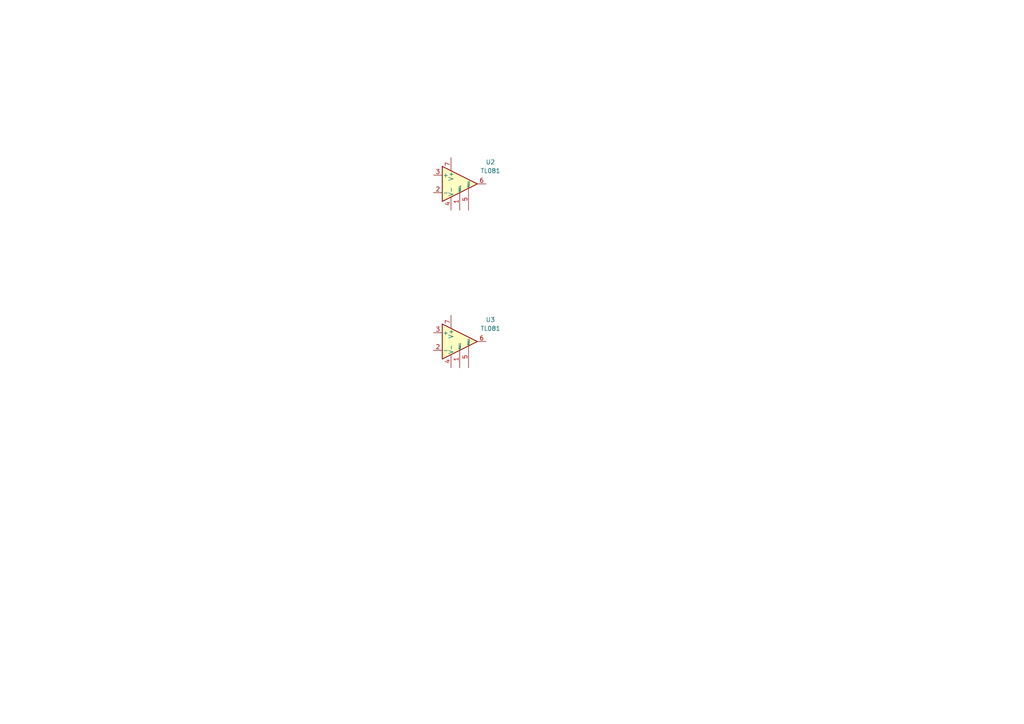
<source format=kicad_sch>
(kicad_sch (version 20231120) (generator "eeschema") (generator_version "8.0")
  (paper "A4")
  (lib_symbols
    (symbol "Amplifier_Operational:TL081" (pin_names (offset 0.127))
      (property "Reference" "U" (at 0 6.35 0))
      (property "Value" "TL081" (at 0 3.81 0))
      (symbol "TL081_0_1"
        (polyline (pts (xy -5.08 5.08) (xy 5.08 0) (xy -5.08 -5.08) (xy -5.08 5.08)) (stroke (width 0.254)) (fill (type background)))
      )
      (symbol "TL081_1_1"
        (pin input line (at 0 -7.62 90) (length 5.08) (name "NULL") (number "1"))
        (pin input line (at -7.62 -2.54 0) (length 2.54) (name "-") (number "2"))
        (pin input line (at -7.62 2.54 0) (length 2.54) (name "+") (number "3"))
        (pin power_in line (at -2.54 -7.62 90) (length 3.81) (name "V-") (number "4"))
        (pin input line (at 2.54 -7.62 90) (length 6.35) (name "NULL") (number "5"))
        (pin output line (at 7.62 0 180) (length 2.54) (name "~") (number "6"))
        (pin power_in line (at -2.54 7.62 270) (length 3.81) (name "V+") (number "7"))
        (pin no_connect line (at 0 2.54 270) (length 2.54) hide (name "NC") (number "8"))
      )
    )
  )
  (symbol (lib_id "Amplifier_Operational:TL081") (at 133.35 53.34 0) (unit 1)
    (property "Reference" "U2" (at 142.24 47.0214 0))
    (property "Value" "TL081" (at 142.24 49.5614 0))
    (property "Datasheet" "http://www.ti.com/lit/ds/symlink/tl081.pdf" (effects (hide yes)))
    (property "Description" "Single JFET-Input Operational Amplifiers, DIP-8/SOIC-8" (effects (hide yes)))
  )
  (symbol (lib_id "Amplifier_Operational:TL081") (at 133.35 99.06 0) (unit 1)
    (property "Reference" "U3" (at 142.24 92.7414 0))
    (property "Value" "TL081" (at 142.24 95.2814 0))
    (property "Datasheet" "http://www.ti.com/lit/ds/symlink/tl081.pdf" (effects (hide yes)))
    (property "Description" "Single JFET-Input Operational Amplifiers, DIP-8/SOIC-8" (effects (hide yes)))
  )
)
</source>
